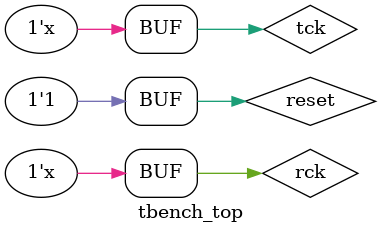
<source format=sv>

`include "./interface.sv"
`include "./test.sv"
//----------------------------------------------------------------

module tbench_top;
  
  localparam TCK_TIMEPD = 10;
  localparam RCK_TIMEPD = 160;
  localparam TCK_FREQ = 1_000_000_000 / ( TCK_TIMEPD );
  localparam RCK_FREQ = 1_000_000_000 / ( RCK_TIMEPD );
  localparam BAUD_RATE = 9_600;

  //clock and reset signal declaration
  bit tck;
  bit rck;
  bit reset;
  
  //clock generation
  always #(TCK_TIMEPD/2) tck = ~tck;
  always #(RCK_TIMEPD/2) rck = ~rck;
  
  //reset Generation
  initial begin
    reset = 0;
    #5 reset = 1;
  end
  
  
  //creatinng instance of interface, inorder to connect DUT and testcase
  intf i_intf(tck, rck,reset);
  
  //Testcase instance, interface handle is passed to test as an argument
  test t1(i_intf);
  
  //DUT instance, interface signals are connected to the DUT ports
  uart #(
     .baud_rate(BAUD_RATE),
     .tck_freq (TCK_FREQ),
     .rck_freq (RCK_FREQ)
     ) 
  DUT (
    .tck(i_intf.tck),
    .rck(i_intf.rck),
    .reset(i_intf.reset),
    .TxEnable(i_intf.TxEnable),
    .TxD(i_intf.TxD),
    .TxData(i_intf.TxData),
    .TxDone(i_intf.TxDone),
    .RxData(i_intf.RxData),
    .RxD(i_intf.TxD)
   );
  
  //enabling the wave dump
  initial begin 
    $dumpfile("dump.vcd"); $dumpvars;
  end
endmodule

</source>
